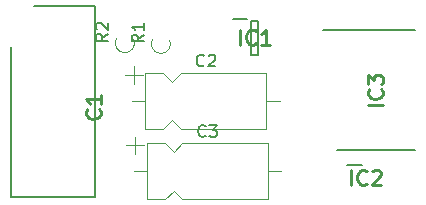
<source format=gto>
G04 #@! TF.GenerationSoftware,KiCad,Pcbnew,(5.1.0)-1*
G04 #@! TF.CreationDate,2019-08-22T10:23:38+05:30*
G04 #@! TF.ProjectId,TSAL,5453414c-2e6b-4696-9361-645f70636258,rev?*
G04 #@! TF.SameCoordinates,Original*
G04 #@! TF.FileFunction,Legend,Top*
G04 #@! TF.FilePolarity,Positive*
%FSLAX46Y46*%
G04 Gerber Fmt 4.6, Leading zero omitted, Abs format (unit mm)*
G04 Created by KiCad (PCBNEW (5.1.0)-1) date 2019-08-22 10:23:38*
%MOMM*%
%LPD*%
G04 APERTURE LIST*
%ADD10C,0.200000*%
%ADD11C,0.120000*%
%ADD12C,0.254000*%
%ADD13C,0.150000*%
G04 APERTURE END LIST*
D10*
X65634000Y-122618500D02*
X65634000Y-135318500D01*
X65634000Y-135318500D02*
X72694000Y-135318500D01*
X72694000Y-135318500D02*
X72694000Y-119118500D01*
X72694000Y-119118500D02*
X67564000Y-119118500D01*
D11*
X88372500Y-127190500D02*
X87232500Y-127190500D01*
X75852500Y-127190500D02*
X76992500Y-127190500D01*
X79992500Y-129560500D02*
X87232500Y-129560500D01*
X79242500Y-128810500D02*
X79992500Y-129560500D01*
X78492500Y-129560500D02*
X79242500Y-128810500D01*
X76992500Y-129560500D02*
X78492500Y-129560500D01*
X79992500Y-124820500D02*
X87232500Y-124820500D01*
X79242500Y-125570500D02*
X79992500Y-124820500D01*
X78492500Y-124820500D02*
X79242500Y-125570500D01*
X76992500Y-124820500D02*
X78492500Y-124820500D01*
X87232500Y-124820500D02*
X87232500Y-129560500D01*
X76992500Y-124820500D02*
X76992500Y-129560500D01*
X75992500Y-124240500D02*
X75992500Y-125740500D01*
X75242500Y-124990500D02*
X76742500Y-124990500D01*
X75369500Y-130959500D02*
X76869500Y-130959500D01*
X76119500Y-130209500D02*
X76119500Y-131709500D01*
X77119500Y-130789500D02*
X77119500Y-135529500D01*
X87359500Y-130789500D02*
X87359500Y-135529500D01*
X77119500Y-130789500D02*
X78619500Y-130789500D01*
X78619500Y-130789500D02*
X79369500Y-131539500D01*
X79369500Y-131539500D02*
X80119500Y-130789500D01*
X80119500Y-130789500D02*
X87359500Y-130789500D01*
X77119500Y-135529500D02*
X78619500Y-135529500D01*
X78619500Y-135529500D02*
X79369500Y-134779500D01*
X79369500Y-134779500D02*
X80119500Y-135529500D01*
X80119500Y-135529500D02*
X87359500Y-135529500D01*
X75979500Y-133159500D02*
X77119500Y-133159500D01*
X88499500Y-133159500D02*
X87359500Y-133159500D01*
D10*
X85933000Y-120406500D02*
X86533000Y-120406500D01*
X86533000Y-120406500D02*
X86533000Y-123306500D01*
X86533000Y-123306500D02*
X85933000Y-123306500D01*
X85933000Y-123306500D02*
X85933000Y-120406500D01*
X84383000Y-120256500D02*
X85583000Y-120256500D01*
X94081000Y-132631000D02*
X95281000Y-132631000D01*
X91985000Y-121221500D02*
X99820000Y-121221500D01*
X93220000Y-131381500D02*
X99820000Y-131381500D01*
D11*
X79044859Y-122044405D02*
G75*
G02X77595500Y-121947367I-749359J-320095D01*
G01*
X75996859Y-121980905D02*
G75*
G02X74547500Y-121883867I-749359J-320095D01*
G01*
D12*
X73097571Y-127910166D02*
X73158047Y-127970642D01*
X73218523Y-128152071D01*
X73218523Y-128273023D01*
X73158047Y-128454452D01*
X73037095Y-128575404D01*
X72916142Y-128635880D01*
X72674238Y-128696357D01*
X72492809Y-128696357D01*
X72250904Y-128635880D01*
X72129952Y-128575404D01*
X72009000Y-128454452D01*
X71948523Y-128273023D01*
X71948523Y-128152071D01*
X72009000Y-127970642D01*
X72069476Y-127910166D01*
X73218523Y-126700642D02*
X73218523Y-127426357D01*
X73218523Y-127063500D02*
X71948523Y-127063500D01*
X72129952Y-127184452D01*
X72250904Y-127305404D01*
X72311380Y-127426357D01*
D13*
X81945833Y-124177642D02*
X81898214Y-124225261D01*
X81755357Y-124272880D01*
X81660119Y-124272880D01*
X81517261Y-124225261D01*
X81422023Y-124130023D01*
X81374404Y-124034785D01*
X81326785Y-123844309D01*
X81326785Y-123701452D01*
X81374404Y-123510976D01*
X81422023Y-123415738D01*
X81517261Y-123320500D01*
X81660119Y-123272880D01*
X81755357Y-123272880D01*
X81898214Y-123320500D01*
X81945833Y-123368119D01*
X82326785Y-123368119D02*
X82374404Y-123320500D01*
X82469642Y-123272880D01*
X82707738Y-123272880D01*
X82802976Y-123320500D01*
X82850595Y-123368119D01*
X82898214Y-123463357D01*
X82898214Y-123558595D01*
X82850595Y-123701452D01*
X82279166Y-124272880D01*
X82898214Y-124272880D01*
X82072833Y-130146642D02*
X82025214Y-130194261D01*
X81882357Y-130241880D01*
X81787119Y-130241880D01*
X81644261Y-130194261D01*
X81549023Y-130099023D01*
X81501404Y-130003785D01*
X81453785Y-129813309D01*
X81453785Y-129670452D01*
X81501404Y-129479976D01*
X81549023Y-129384738D01*
X81644261Y-129289500D01*
X81787119Y-129241880D01*
X81882357Y-129241880D01*
X82025214Y-129289500D01*
X82072833Y-129337119D01*
X82406166Y-129241880D02*
X83025214Y-129241880D01*
X82691880Y-129622833D01*
X82834738Y-129622833D01*
X82929976Y-129670452D01*
X82977595Y-129718071D01*
X83025214Y-129813309D01*
X83025214Y-130051404D01*
X82977595Y-130146642D01*
X82929976Y-130194261D01*
X82834738Y-130241880D01*
X82549023Y-130241880D01*
X82453785Y-130194261D01*
X82406166Y-130146642D01*
D12*
X84993238Y-122431023D02*
X84993238Y-121161023D01*
X86323714Y-122310071D02*
X86263238Y-122370547D01*
X86081809Y-122431023D01*
X85960857Y-122431023D01*
X85779428Y-122370547D01*
X85658476Y-122249595D01*
X85598000Y-122128642D01*
X85537523Y-121886738D01*
X85537523Y-121705309D01*
X85598000Y-121463404D01*
X85658476Y-121342452D01*
X85779428Y-121221500D01*
X85960857Y-121161023D01*
X86081809Y-121161023D01*
X86263238Y-121221500D01*
X86323714Y-121281976D01*
X87533238Y-122431023D02*
X86807523Y-122431023D01*
X87170380Y-122431023D02*
X87170380Y-121161023D01*
X87049428Y-121342452D01*
X86928476Y-121463404D01*
X86807523Y-121523880D01*
X94391238Y-134305523D02*
X94391238Y-133035523D01*
X95721714Y-134184571D02*
X95661238Y-134245047D01*
X95479809Y-134305523D01*
X95358857Y-134305523D01*
X95177428Y-134245047D01*
X95056476Y-134124095D01*
X94996000Y-134003142D01*
X94935523Y-133761238D01*
X94935523Y-133579809D01*
X94996000Y-133337904D01*
X95056476Y-133216952D01*
X95177428Y-133096000D01*
X95358857Y-133035523D01*
X95479809Y-133035523D01*
X95661238Y-133096000D01*
X95721714Y-133156476D01*
X96205523Y-133156476D02*
X96266000Y-133096000D01*
X96386952Y-133035523D01*
X96689333Y-133035523D01*
X96810285Y-133096000D01*
X96870761Y-133156476D01*
X96931238Y-133277428D01*
X96931238Y-133398380D01*
X96870761Y-133579809D01*
X96145047Y-134305523D01*
X96931238Y-134305523D01*
X97094523Y-127541261D02*
X95824523Y-127541261D01*
X96973571Y-126210785D02*
X97034047Y-126271261D01*
X97094523Y-126452690D01*
X97094523Y-126573642D01*
X97034047Y-126755071D01*
X96913095Y-126876023D01*
X96792142Y-126936500D01*
X96550238Y-126996976D01*
X96368809Y-126996976D01*
X96126904Y-126936500D01*
X96005952Y-126876023D01*
X95885000Y-126755071D01*
X95824523Y-126573642D01*
X95824523Y-126452690D01*
X95885000Y-126271261D01*
X95945476Y-126210785D01*
X95824523Y-125787452D02*
X95824523Y-125001261D01*
X96308333Y-125424595D01*
X96308333Y-125243166D01*
X96368809Y-125122214D01*
X96429285Y-125061738D01*
X96550238Y-125001261D01*
X96852619Y-125001261D01*
X96973571Y-125061738D01*
X97034047Y-125122214D01*
X97094523Y-125243166D01*
X97094523Y-125606023D01*
X97034047Y-125726976D01*
X96973571Y-125787452D01*
D13*
X76827880Y-121581166D02*
X76351690Y-121914500D01*
X76827880Y-122152595D02*
X75827880Y-122152595D01*
X75827880Y-121771642D01*
X75875500Y-121676404D01*
X75923119Y-121628785D01*
X76018357Y-121581166D01*
X76161214Y-121581166D01*
X76256452Y-121628785D01*
X76304071Y-121676404D01*
X76351690Y-121771642D01*
X76351690Y-122152595D01*
X76827880Y-120628785D02*
X76827880Y-121200214D01*
X76827880Y-120914500D02*
X75827880Y-120914500D01*
X75970738Y-121009738D01*
X76065976Y-121104976D01*
X76113595Y-121200214D01*
X73779880Y-121517666D02*
X73303690Y-121851000D01*
X73779880Y-122089095D02*
X72779880Y-122089095D01*
X72779880Y-121708142D01*
X72827500Y-121612904D01*
X72875119Y-121565285D01*
X72970357Y-121517666D01*
X73113214Y-121517666D01*
X73208452Y-121565285D01*
X73256071Y-121612904D01*
X73303690Y-121708142D01*
X73303690Y-122089095D01*
X72875119Y-121136714D02*
X72827500Y-121089095D01*
X72779880Y-120993857D01*
X72779880Y-120755761D01*
X72827500Y-120660523D01*
X72875119Y-120612904D01*
X72970357Y-120565285D01*
X73065595Y-120565285D01*
X73208452Y-120612904D01*
X73779880Y-121184333D01*
X73779880Y-120565285D01*
M02*

</source>
